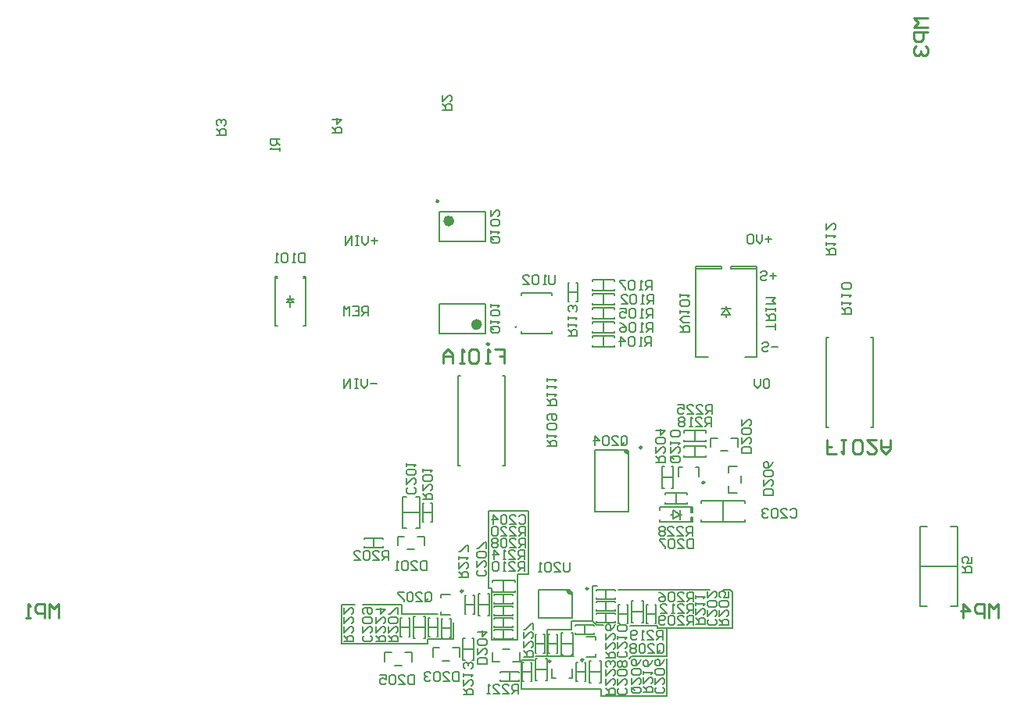
<source format=gbo>
G04*
G04 #@! TF.GenerationSoftware,Altium Limited,Altium Designer,24.1.2 (44)*
G04*
G04 Layer_Color=32896*
%FSLAX44Y44*%
%MOMM*%
G71*
G04*
G04 #@! TF.SameCoordinates,2E5B26B1-033E-4B1C-A529-2162076C627E*
G04*
G04*
G04 #@! TF.FilePolarity,Positive*
G04*
G01*
G75*
%ADD11C,0.2500*%
%ADD12C,0.2000*%
%ADD14C,0.1524*%
%ADD15C,0.2540*%
%ADD143C,0.6000*%
G36*
X630950Y118370D02*
X627950D01*
Y117276D01*
X628787Y115254D01*
X630335Y113707D01*
X632356Y112870D01*
X633450D01*
D01*
X634450D01*
Y114870D01*
X630950Y118370D01*
D02*
G37*
G36*
X693410Y268970D02*
X690410Y269720D01*
Y268220D01*
X693410Y265220D01*
X695410D01*
X693410Y268970D01*
D02*
G37*
D11*
X651490Y119380D02*
G03*
X651490Y119380I-1250J0D01*
G01*
X489320Y539060D02*
G03*
X489320Y539060I-1250J0D01*
G01*
X777480Y234340D02*
G03*
X777480Y234340I-1250J0D01*
G01*
X709660Y272220D02*
G03*
X709660Y272220I-1250J0D01*
G01*
X610850Y40640D02*
G03*
X610850Y40640I-1250J0D01*
G01*
X515790Y116580D02*
G03*
X515790Y116580I-1250J0D01*
G01*
X544420Y384230D02*
G03*
X544420Y384230I-1250J0D01*
G01*
X646410Y41910D02*
G03*
X646410Y41910I-1250J0D01*
G01*
D12*
X627950Y118370D02*
G03*
X633450Y112870I5500J0D01*
G01*
X690410Y269720D02*
G03*
X694910Y265220I4500J0D01*
G01*
X909570Y391550D02*
X911920D01*
X957520D02*
X959870D01*
Y294250D02*
Y391550D01*
X909570Y294250D02*
X911920D01*
X957520D02*
X959870D01*
X909570D02*
Y391550D01*
X558740Y252340D02*
X561090D01*
X510790D02*
X513140D01*
X510790D02*
Y349640D01*
X558740D02*
X561090D01*
X510790D02*
X513140D01*
X561090Y252340D02*
Y349640D01*
X413290Y415372D02*
Y425368D01*
X408292D01*
X406626Y423702D01*
Y420370D01*
X408292Y418704D01*
X413290D01*
X409958D02*
X406626Y415372D01*
X396629Y425368D02*
X403293D01*
Y415372D01*
X396629D01*
X403293Y420370D02*
X399961D01*
X393296Y415372D02*
Y425368D01*
X389964Y422036D01*
X386632Y425368D01*
Y415372D01*
X422180Y341630D02*
X415516D01*
X412183Y346628D02*
Y339964D01*
X408851Y336632D01*
X405519Y339964D01*
Y346628D01*
X402186D02*
X398854D01*
X400520D01*
Y336632D01*
X402186D01*
X398854D01*
X393856D02*
Y346628D01*
X387191Y336632D01*
Y346628D01*
X423450Y496570D02*
X416786D01*
X420118Y499902D02*
Y493238D01*
X413453Y501568D02*
Y494904D01*
X410121Y491572D01*
X406789Y494904D01*
Y501568D01*
X403456D02*
X400124D01*
X401790D01*
Y491572D01*
X403456D01*
X400124D01*
X395126D02*
Y501568D01*
X388461Y491572D01*
Y501568D01*
X847971Y344962D02*
X846305Y346628D01*
X842973D01*
X841307Y344962D01*
Y338298D01*
X842973Y336632D01*
X846305D01*
X847971Y338298D01*
Y344962D01*
X837974Y346628D02*
Y339964D01*
X834642Y336632D01*
X831310Y339964D01*
Y346628D01*
X850348Y497840D02*
X843684D01*
X847016Y501172D02*
Y494508D01*
X840351Y502838D02*
Y496174D01*
X837019Y492842D01*
X833687Y496174D01*
Y502838D01*
X825356D02*
X828688D01*
X830355Y501172D01*
Y494508D01*
X828688Y492842D01*
X825356D01*
X823690Y494508D01*
Y501172D01*
X825356Y502838D01*
X854628Y399891D02*
Y406556D01*
Y403223D01*
X844632D01*
Y409888D02*
X854628D01*
Y414886D01*
X852962Y416553D01*
X849630D01*
X847964Y414886D01*
Y409888D01*
Y413220D02*
X844632Y416553D01*
X854628Y419885D02*
Y423217D01*
Y421551D01*
X844632D01*
Y419885D01*
Y423217D01*
Y428215D02*
X854628D01*
X851296Y431548D01*
X854628Y434880D01*
X844632D01*
X846523Y377668D02*
X844857Y376002D01*
X841525D01*
X839859Y377668D01*
Y379334D01*
X841525Y381000D01*
X844857D01*
X846523Y382666D01*
Y384332D01*
X844857Y385998D01*
X841525D01*
X839859Y384332D01*
X849855Y381000D02*
X856520D01*
X845253Y455138D02*
X843587Y453472D01*
X840255D01*
X838589Y455138D01*
Y456804D01*
X840255Y458470D01*
X843587D01*
X845253Y460136D01*
Y461802D01*
X843587Y463468D01*
X840255D01*
X838589Y461802D01*
X848586Y458470D02*
X855250D01*
X851918Y455138D02*
Y461802D01*
X374730Y612883D02*
X384727D01*
Y617882D01*
X383061Y619548D01*
X379728D01*
X378062Y617882D01*
Y612883D01*
Y616216D02*
X374730Y619548D01*
Y627879D02*
X384727D01*
X379728Y622880D01*
Y629545D01*
X582644Y151212D02*
Y161208D01*
X577646D01*
X575980Y159542D01*
Y156210D01*
X577646Y154544D01*
X582644D01*
X579312D02*
X575980Y151212D01*
X565983D02*
X572648D01*
X565983Y157876D01*
Y159542D01*
X567649Y161208D01*
X570981D01*
X572648Y159542D01*
X562651Y151212D02*
X559319D01*
X560985D01*
Y161208D01*
X562651Y159542D01*
X549322Y151212D02*
Y161208D01*
X554320Y156210D01*
X547656D01*
X582644Y138512D02*
Y148508D01*
X577646D01*
X575980Y146842D01*
Y143510D01*
X577646Y141844D01*
X582644D01*
X579312D02*
X575980Y138512D01*
X565983D02*
X572648D01*
X565983Y145176D01*
Y146842D01*
X567649Y148508D01*
X570981D01*
X572648Y146842D01*
X562651Y138512D02*
X559319D01*
X560985D01*
Y148508D01*
X562651Y146842D01*
X554320D02*
X552654Y148508D01*
X549322D01*
X547656Y146842D01*
Y140178D01*
X549322Y138512D01*
X552654D01*
X554320Y140178D01*
Y146842D01*
X583477Y163912D02*
Y173908D01*
X578479D01*
X576813Y172242D01*
Y168910D01*
X578479Y167244D01*
X583477D01*
X580145D02*
X576813Y163912D01*
X566816D02*
X573481D01*
X566816Y170576D01*
Y172242D01*
X568482Y173908D01*
X571814D01*
X573481Y172242D01*
X563484D02*
X561818Y173908D01*
X558485D01*
X556819Y172242D01*
Y165578D01*
X558485Y163912D01*
X561818D01*
X563484Y165578D01*
Y172242D01*
X553487D02*
X551821Y173908D01*
X548489D01*
X546823Y172242D01*
Y170576D01*
X548489Y168910D01*
X546823Y167244D01*
Y165578D01*
X548489Y163912D01*
X551821D01*
X553487Y165578D01*
Y167244D01*
X551821Y168910D01*
X553487Y170576D01*
Y172242D01*
X551821Y168910D02*
X548489D01*
X764577Y176782D02*
Y186778D01*
X759579D01*
X757913Y185112D01*
Y181780D01*
X759579Y180114D01*
X764577D01*
X761245D02*
X757913Y176782D01*
X747916D02*
X754581D01*
X747916Y183446D01*
Y185112D01*
X749582Y186778D01*
X752915D01*
X754581Y185112D01*
X737919Y176782D02*
X744584D01*
X737919Y183446D01*
Y185112D01*
X739585Y186778D01*
X742918D01*
X744584Y185112D01*
X734587D02*
X732921Y186778D01*
X729589D01*
X727923Y185112D01*
Y183446D01*
X729589Y181780D01*
X727923Y180114D01*
Y178448D01*
X729589Y176782D01*
X732921D01*
X734587Y178448D01*
Y180114D01*
X732921Y181780D01*
X734587Y183446D01*
Y185112D01*
X732921Y181780D02*
X729589D01*
X581742Y45173D02*
X591738D01*
Y50171D01*
X590072Y51837D01*
X586740D01*
X585074Y50171D01*
Y45173D01*
Y48505D02*
X581742Y51837D01*
Y61834D02*
Y55169D01*
X588406Y61834D01*
X590072D01*
X591738Y60168D01*
Y56835D01*
X590072Y55169D01*
X581742Y71831D02*
Y65166D01*
X588406Y71831D01*
X590072D01*
X591738Y70164D01*
Y66832D01*
X590072Y65166D01*
X591738Y75163D02*
Y81827D01*
X590072D01*
X583408Y75163D01*
X581742D01*
X670642Y43903D02*
X680638D01*
Y48901D01*
X678972Y50567D01*
X675640D01*
X673974Y48901D01*
Y43903D01*
Y47235D02*
X670642Y50567D01*
Y60564D02*
Y53899D01*
X677306Y60564D01*
X678972D01*
X680638Y58898D01*
Y55566D01*
X678972Y53899D01*
X670642Y70561D02*
Y63896D01*
X677306Y70561D01*
X678972D01*
X680638Y68895D01*
Y65562D01*
X678972Y63896D01*
X680638Y80557D02*
X678972Y77225D01*
X675640Y73893D01*
X672308D01*
X670642Y75559D01*
Y78891D01*
X672308Y80557D01*
X673974D01*
X675640Y78891D01*
Y73893D01*
X742428Y262490D02*
X749092D01*
X750758Y260824D01*
Y257492D01*
X749092Y255826D01*
X742428D01*
X740762Y257492D01*
Y260824D01*
X744094Y259158D02*
X740762Y262490D01*
Y260824D02*
X742428Y262490D01*
X740762Y272487D02*
Y265822D01*
X747426Y272487D01*
X749092D01*
X750758Y270821D01*
Y267488D01*
X749092Y265822D01*
X740762Y275819D02*
Y279151D01*
Y277485D01*
X750758D01*
X749092Y275819D01*
Y284150D02*
X750758Y285816D01*
Y289148D01*
X749092Y290814D01*
X742428D01*
X740762Y289148D01*
Y285816D01*
X742428Y284150D01*
X749092D01*
X726673Y51278D02*
Y57942D01*
X728339Y59608D01*
X731671D01*
X733337Y57942D01*
Y51278D01*
X731671Y49612D01*
X728339D01*
X730005Y52944D02*
X726673Y49612D01*
X728339D02*
X726673Y51278D01*
X716676Y49612D02*
X723341D01*
X716676Y56276D01*
Y57942D01*
X718342Y59608D01*
X721674D01*
X723341Y57942D01*
X713344D02*
X711678Y59608D01*
X708345D01*
X706679Y57942D01*
Y51278D01*
X708345Y49612D01*
X711678D01*
X713344Y51278D01*
Y57942D01*
X703347D02*
X701681Y59608D01*
X698349D01*
X696683Y57942D01*
Y56276D01*
X698349Y54610D01*
X696683Y52944D01*
Y51278D01*
X698349Y49612D01*
X701681D01*
X703347Y51278D01*
Y52944D01*
X701681Y54610D01*
X703347Y56276D01*
Y57942D01*
X701681Y54610D02*
X698349D01*
X765357Y172908D02*
Y162912D01*
X760359D01*
X758693Y164578D01*
Y171242D01*
X760359Y172908D01*
X765357D01*
X748696Y162912D02*
X755361D01*
X748696Y169576D01*
Y171242D01*
X750362Y172908D01*
X753695D01*
X755361Y171242D01*
X745364D02*
X743698Y172908D01*
X740366D01*
X738699Y171242D01*
Y164578D01*
X740366Y162912D01*
X743698D01*
X745364Y164578D01*
Y171242D01*
X735367Y172908D02*
X728703D01*
Y171242D01*
X735367Y164578D01*
Y162912D01*
X852088Y220433D02*
X842092D01*
Y225431D01*
X843758Y227097D01*
X850422D01*
X852088Y225431D01*
Y220433D01*
X842092Y237094D02*
Y230429D01*
X848756Y237094D01*
X850422D01*
X852088Y235428D01*
Y232096D01*
X850422Y230429D01*
Y240426D02*
X852088Y242092D01*
Y245424D01*
X850422Y247091D01*
X843758D01*
X842092Y245424D01*
Y242092D01*
X843758Y240426D01*
X850422D01*
X852088Y257087D02*
X850422Y253755D01*
X847090Y250423D01*
X843758D01*
X842092Y252089D01*
Y255421D01*
X843758Y257087D01*
X845424D01*
X847090Y255421D01*
Y250423D01*
X691672Y51400D02*
X693338Y49734D01*
Y46402D01*
X691672Y44736D01*
X685008D01*
X683342Y46402D01*
Y49734D01*
X685008Y51400D01*
X683342Y61397D02*
Y54732D01*
X690006Y61397D01*
X691672D01*
X693338Y59731D01*
Y56399D01*
X691672Y54732D01*
X683342Y64729D02*
Y68061D01*
Y66395D01*
X693338D01*
X691672Y64729D01*
Y73060D02*
X693338Y74726D01*
Y78058D01*
X691672Y79724D01*
X685008D01*
X683342Y78058D01*
Y74726D01*
X685008Y73060D01*
X691672D01*
X248770Y611000D02*
X258767D01*
Y615998D01*
X257101Y617664D01*
X253768D01*
X252102Y615998D01*
Y611000D01*
Y614332D02*
X248770Y617664D01*
X257101Y620997D02*
X258767Y622663D01*
Y625995D01*
X257101Y627661D01*
X255434D01*
X253768Y625995D01*
Y624329D01*
Y625995D01*
X252102Y627661D01*
X250436D01*
X248770Y625995D01*
Y622663D01*
X250436Y620997D01*
X1056962Y136799D02*
X1066958D01*
Y141798D01*
X1065292Y143464D01*
X1061960D01*
X1060294Y141798D01*
Y136799D01*
Y140132D02*
X1056962Y143464D01*
X1066958Y153461D02*
Y146796D01*
X1061960D01*
X1063626Y150128D01*
Y151795D01*
X1061960Y153461D01*
X1058628D01*
X1056962Y151795D01*
Y148462D01*
X1058628Y146796D01*
X615872Y459247D02*
Y450916D01*
X614206Y449250D01*
X610874D01*
X609207Y450916D01*
Y459247D01*
X605875Y449250D02*
X602543D01*
X604209D01*
Y459247D01*
X605875Y457581D01*
X597545D02*
X595878Y459247D01*
X592546D01*
X590880Y457581D01*
Y450916D01*
X592546Y449250D01*
X595878D01*
X597545Y450916D01*
Y457581D01*
X580883Y449250D02*
X587548D01*
X580883Y455914D01*
Y457581D01*
X582549Y459247D01*
X585882D01*
X587548Y457581D01*
X547468Y500790D02*
X554132D01*
X555798Y499124D01*
Y495792D01*
X554132Y494126D01*
X547468D01*
X545802Y495792D01*
Y499124D01*
X549134Y497458D02*
X545802Y500790D01*
Y499124D02*
X547468Y500790D01*
X545802Y504122D02*
Y507455D01*
Y505789D01*
X555798D01*
X554132Y504122D01*
Y512453D02*
X555798Y514119D01*
Y517452D01*
X554132Y519118D01*
X547468D01*
X545802Y517452D01*
Y514119D01*
X547468Y512453D01*
X554132D01*
X545802Y529114D02*
Y522450D01*
X552466Y529114D01*
X554132D01*
X555798Y527448D01*
Y524116D01*
X554132Y522450D01*
X547468Y403066D02*
X554132D01*
X555798Y401400D01*
Y398068D01*
X554132Y396402D01*
X547468D01*
X545802Y398068D01*
Y401400D01*
X549134Y399734D02*
X545802Y403066D01*
Y401400D02*
X547468Y403066D01*
X545802Y406399D02*
Y409731D01*
Y408065D01*
X555798D01*
X554132Y406399D01*
Y414729D02*
X555798Y416395D01*
Y419728D01*
X554132Y421394D01*
X547468D01*
X545802Y419728D01*
Y416395D01*
X547468Y414729D01*
X554132D01*
X545802Y424726D02*
Y428058D01*
Y426392D01*
X555798D01*
X554132Y424726D01*
X344346Y482615D02*
Y472618D01*
X339348D01*
X337682Y474284D01*
Y480949D01*
X339348Y482615D01*
X344346D01*
X334349Y472618D02*
X331017D01*
X332683D01*
Y482615D01*
X334349Y480949D01*
X326019D02*
X324352Y482615D01*
X321020D01*
X319354Y480949D01*
Y474284D01*
X321020Y472618D01*
X324352D01*
X326019Y474284D01*
Y480949D01*
X316022Y472618D02*
X312690D01*
X314356D01*
Y482615D01*
X316022Y480949D01*
X631341Y147238D02*
Y138908D01*
X629675Y137242D01*
X626343D01*
X624677Y138908D01*
Y147238D01*
X614680Y137242D02*
X621344D01*
X614680Y143906D01*
Y145572D01*
X616346Y147238D01*
X619678D01*
X621344Y145572D01*
X611348D02*
X609682Y147238D01*
X606349D01*
X604683Y145572D01*
Y138908D01*
X606349Y137242D01*
X609682D01*
X611348Y138908D01*
Y145572D01*
X601351Y137242D02*
X598019D01*
X599685D01*
Y147238D01*
X601351Y145572D01*
X751292Y397373D02*
X761288D01*
Y402372D01*
X759622Y404038D01*
X756290D01*
X754624Y402372D01*
Y397373D01*
Y400706D02*
X751292Y404038D01*
X761288Y407370D02*
X754624D01*
X751292Y410702D01*
X754624Y414035D01*
X761288D01*
X751292Y417367D02*
Y420699D01*
Y419033D01*
X761288D01*
X759622Y417367D01*
Y425698D02*
X761288Y427364D01*
Y430696D01*
X759622Y432362D01*
X752958D01*
X751292Y430696D01*
Y427364D01*
X752958Y425698D01*
X759622D01*
X751292Y435694D02*
Y439027D01*
Y437360D01*
X761288D01*
X759622Y435694D01*
X785407Y308692D02*
Y318688D01*
X780409D01*
X778743Y317022D01*
Y313690D01*
X780409Y312024D01*
X785407D01*
X782075D02*
X778743Y308692D01*
X768746D02*
X775411D01*
X768746Y315356D01*
Y317022D01*
X770412Y318688D01*
X773745D01*
X775411Y317022D01*
X758749Y308692D02*
X765414D01*
X758749Y315356D01*
Y317022D01*
X760415Y318688D01*
X763748D01*
X765414Y317022D01*
X748753Y318688D02*
X755417D01*
Y313690D01*
X752085Y315356D01*
X750419D01*
X748753Y313690D01*
Y310358D01*
X750419Y308692D01*
X753751D01*
X755417Y310358D01*
X421722Y61683D02*
X431718D01*
Y66681D01*
X430052Y68347D01*
X426720D01*
X425054Y66681D01*
Y61683D01*
Y65015D02*
X421722Y68347D01*
Y78344D02*
Y71679D01*
X428386Y78344D01*
X430052D01*
X431718Y76678D01*
Y73345D01*
X430052Y71679D01*
X421722Y88341D02*
Y81676D01*
X428386Y88341D01*
X430052D01*
X431718Y86674D01*
Y83342D01*
X430052Y81676D01*
X421722Y96671D02*
X431718D01*
X426720Y91673D01*
Y98337D01*
X670642Y4533D02*
X680638D01*
Y9531D01*
X678972Y11197D01*
X675640D01*
X673974Y9531D01*
Y4533D01*
Y7865D02*
X670642Y11197D01*
Y21194D02*
Y14529D01*
X677306Y21194D01*
X678972D01*
X680638Y19528D01*
Y16195D01*
X678972Y14529D01*
X670642Y31191D02*
Y24526D01*
X677306Y31191D01*
X678972D01*
X680638Y29525D01*
Y26192D01*
X678972Y24526D01*
Y34523D02*
X680638Y36189D01*
Y39521D01*
X678972Y41187D01*
X677306D01*
X675640Y39521D01*
Y37855D01*
Y39521D01*
X673974Y41187D01*
X672308D01*
X670642Y39521D01*
Y36189D01*
X672308Y34523D01*
X387432Y61683D02*
X397428D01*
Y66681D01*
X395762Y68347D01*
X392430D01*
X390764Y66681D01*
Y61683D01*
Y65015D02*
X387432Y68347D01*
Y78344D02*
Y71679D01*
X394096Y78344D01*
X395762D01*
X397428Y76678D01*
Y73345D01*
X395762Y71679D01*
X387432Y88341D02*
Y81676D01*
X394096Y88341D01*
X395762D01*
X397428Y86674D01*
Y83342D01*
X395762Y81676D01*
X387432Y98337D02*
Y91673D01*
X394096Y98337D01*
X395762D01*
X397428Y96671D01*
Y93339D01*
X395762Y91673D01*
X575461Y5162D02*
Y15158D01*
X570463D01*
X568797Y13492D01*
Y10160D01*
X570463Y8494D01*
X575461D01*
X572129D02*
X568797Y5162D01*
X558800D02*
X565465D01*
X558800Y11826D01*
Y13492D01*
X560466Y15158D01*
X563798D01*
X565465Y13492D01*
X548803Y5162D02*
X555468D01*
X548803Y11826D01*
Y13492D01*
X550469Y15158D01*
X553802D01*
X555468Y13492D01*
X545471Y5162D02*
X542139D01*
X543805D01*
Y15158D01*
X545471Y13492D01*
X583477Y176612D02*
Y186608D01*
X578479D01*
X576813Y184942D01*
Y181610D01*
X578479Y179944D01*
X583477D01*
X580145D02*
X576813Y176612D01*
X566816D02*
X573481D01*
X566816Y183276D01*
Y184942D01*
X568482Y186608D01*
X571814D01*
X573481Y184942D01*
X556819Y176612D02*
X563484D01*
X556819Y183276D01*
Y184942D01*
X558485Y186608D01*
X561818D01*
X563484Y184942D01*
X553487D02*
X551821Y186608D01*
X548489D01*
X546823Y184942D01*
Y178278D01*
X548489Y176612D01*
X551821D01*
X553487Y178278D01*
Y184942D01*
X732504Y63582D02*
Y73578D01*
X727506D01*
X725840Y71912D01*
Y68580D01*
X727506Y66914D01*
X732504D01*
X729172D02*
X725840Y63582D01*
X715843D02*
X722508D01*
X715843Y70246D01*
Y71912D01*
X717509Y73578D01*
X720841D01*
X722508Y71912D01*
X712511Y63582D02*
X709178D01*
X710845D01*
Y73578D01*
X712511Y71912D01*
X704180Y65248D02*
X702514Y63582D01*
X699182D01*
X697516Y65248D01*
Y71912D01*
X699182Y73578D01*
X702514D01*
X704180Y71912D01*
Y70246D01*
X702514Y68580D01*
X697516D01*
X784574Y294722D02*
Y304718D01*
X779576D01*
X777910Y303052D01*
Y299720D01*
X779576Y298054D01*
X784574D01*
X781242D02*
X777910Y294722D01*
X767913D02*
X774578D01*
X767913Y301386D01*
Y303052D01*
X769579Y304718D01*
X772911D01*
X774578Y303052D01*
X764581Y294722D02*
X761248D01*
X762915D01*
Y304718D01*
X764581Y303052D01*
X756250D02*
X754584Y304718D01*
X751252D01*
X749586Y303052D01*
Y301386D01*
X751252Y299720D01*
X749586Y298054D01*
Y296388D01*
X751252Y294722D01*
X754584D01*
X756250Y296388D01*
Y298054D01*
X754584Y299720D01*
X756250Y301386D01*
Y303052D01*
X754584Y299720D02*
X751252D01*
X511892Y131096D02*
X521888D01*
Y136094D01*
X520222Y137760D01*
X516890D01*
X515224Y136094D01*
Y131096D01*
Y134428D02*
X511892Y137760D01*
Y147757D02*
Y141092D01*
X518556Y147757D01*
X520222D01*
X521888Y146091D01*
Y142759D01*
X520222Y141092D01*
X511892Y151089D02*
Y154421D01*
Y152755D01*
X521888D01*
X520222Y151089D01*
X521888Y159420D02*
Y166084D01*
X520222D01*
X513558Y159420D01*
X511892D01*
X711282Y6636D02*
X721278D01*
Y11634D01*
X719612Y13300D01*
X716280D01*
X714614Y11634D01*
Y6636D01*
Y9968D02*
X711282Y13300D01*
Y23297D02*
Y16632D01*
X717946Y23297D01*
X719612D01*
X721278Y21631D01*
Y18298D01*
X719612Y16632D01*
X711282Y26629D02*
Y29961D01*
Y28295D01*
X721278D01*
X719612Y26629D01*
X721278Y41624D02*
X719612Y38292D01*
X716280Y34960D01*
X712948D01*
X711282Y36626D01*
Y39958D01*
X712948Y41624D01*
X714614D01*
X716280Y39958D01*
Y34960D01*
X516972Y4096D02*
X526968D01*
Y9094D01*
X525302Y10760D01*
X521970D01*
X520304Y9094D01*
Y4096D01*
Y7428D02*
X516972Y10760D01*
Y20757D02*
Y14092D01*
X523636Y20757D01*
X525302D01*
X526968Y19091D01*
Y15759D01*
X525302Y14092D01*
X516972Y24089D02*
Y27421D01*
Y25755D01*
X526968D01*
X525302Y24089D01*
Y32420D02*
X526968Y34086D01*
Y37418D01*
X525302Y39084D01*
X523636D01*
X521970Y37418D01*
Y35752D01*
Y37418D01*
X520304Y39084D01*
X518638D01*
X516972Y37418D01*
Y34086D01*
X518638Y32420D01*
X765215Y92792D02*
Y102788D01*
X760217D01*
X758551Y101122D01*
Y97790D01*
X760217Y96124D01*
X765215D01*
X761883D02*
X758551Y92792D01*
X748554D02*
X755218D01*
X748554Y99456D01*
Y101122D01*
X750220Y102788D01*
X753552D01*
X755218Y101122D01*
X745222Y92792D02*
X741889D01*
X743555D01*
Y102788D01*
X745222Y101122D01*
X730226Y92792D02*
X736891D01*
X730226Y99456D01*
Y101122D01*
X731892Y102788D01*
X735225D01*
X736891Y101122D01*
X768432Y80692D02*
X778428D01*
Y85690D01*
X776762Y87356D01*
X773430D01*
X771764Y85690D01*
Y80692D01*
Y84024D02*
X768432Y87356D01*
Y97353D02*
Y90689D01*
X775096Y97353D01*
X776762D01*
X778428Y95687D01*
Y92355D01*
X776762Y90689D01*
X768432Y100685D02*
Y104018D01*
Y102352D01*
X778428D01*
X776762Y100685D01*
X768432Y109016D02*
Y112348D01*
Y110682D01*
X778428D01*
X776762Y109016D01*
X765087Y80092D02*
Y90088D01*
X760089D01*
X758423Y88422D01*
Y85090D01*
X760089Y83424D01*
X765087D01*
X761755D02*
X758423Y80092D01*
X748426D02*
X755091D01*
X748426Y86756D01*
Y88422D01*
X750092Y90088D01*
X753425D01*
X755091Y88422D01*
X745094D02*
X743428Y90088D01*
X740096D01*
X738429Y88422D01*
Y81758D01*
X740096Y80092D01*
X743428D01*
X745094Y81758D01*
Y88422D01*
X735097Y81758D02*
X733431Y80092D01*
X730099D01*
X728433Y81758D01*
Y88422D01*
X730099Y90088D01*
X733431D01*
X735097Y88422D01*
Y86756D01*
X733431Y85090D01*
X728433D01*
X435692Y61683D02*
X445688D01*
Y66681D01*
X444022Y68347D01*
X440690D01*
X439024Y66681D01*
Y61683D01*
Y65015D02*
X435692Y68347D01*
Y78344D02*
Y71679D01*
X442356Y78344D01*
X444022D01*
X445688Y76678D01*
Y73345D01*
X444022Y71679D01*
Y81676D02*
X445688Y83342D01*
Y86674D01*
X444022Y88341D01*
X437358D01*
X435692Y86674D01*
Y83342D01*
X437358Y81676D01*
X444022D01*
X445688Y91673D02*
Y98337D01*
X444022D01*
X437358Y91673D01*
X435692D01*
X765087Y105492D02*
Y115488D01*
X760089D01*
X758423Y113822D01*
Y110490D01*
X760089Y108824D01*
X765087D01*
X761755D02*
X758423Y105492D01*
X748426D02*
X755091D01*
X748426Y112156D01*
Y113822D01*
X750092Y115488D01*
X753425D01*
X755091Y113822D01*
X745094D02*
X743428Y115488D01*
X740096D01*
X738429Y113822D01*
Y107158D01*
X740096Y105492D01*
X743428D01*
X745094Y107158D01*
Y113822D01*
X728433Y115488D02*
X731765Y113822D01*
X735097Y110490D01*
Y107158D01*
X733431Y105492D01*
X730099D01*
X728433Y107158D01*
Y108824D01*
X730099Y110490D01*
X735097D01*
X793832Y79463D02*
X803828D01*
Y84461D01*
X802162Y86127D01*
X798830D01*
X797164Y84461D01*
Y79463D01*
Y82795D02*
X793832Y86127D01*
Y96124D02*
Y89459D01*
X800496Y96124D01*
X802162D01*
X803828Y94458D01*
Y91125D01*
X802162Y89459D01*
Y99456D02*
X803828Y101122D01*
Y104454D01*
X802162Y106121D01*
X795498D01*
X793832Y104454D01*
Y101122D01*
X795498Y99456D01*
X802162D01*
X803828Y116117D02*
Y109453D01*
X798830D01*
X800496Y112785D01*
Y114451D01*
X798830Y116117D01*
X795498D01*
X793832Y114451D01*
Y111119D01*
X795498Y109453D01*
X725122Y256022D02*
X735118D01*
Y261021D01*
X733452Y262687D01*
X730120D01*
X728454Y261021D01*
Y256022D01*
Y259355D02*
X725122Y262687D01*
Y272684D02*
Y266019D01*
X731786Y272684D01*
X733452D01*
X735118Y271018D01*
Y267685D01*
X733452Y266019D01*
Y276016D02*
X735118Y277682D01*
Y281014D01*
X733452Y282681D01*
X726788D01*
X725122Y281014D01*
Y277682D01*
X726788Y276016D01*
X733452D01*
X725122Y291011D02*
X735118D01*
X730120Y286013D01*
Y292677D01*
X434887Y149942D02*
Y159938D01*
X429889D01*
X428223Y158272D01*
Y154940D01*
X429889Y153274D01*
X434887D01*
X431555D02*
X428223Y149942D01*
X418226D02*
X424891D01*
X418226Y156606D01*
Y158272D01*
X419892Y159938D01*
X423224D01*
X424891Y158272D01*
X414894D02*
X413228Y159938D01*
X409896D01*
X408229Y158272D01*
Y151608D01*
X409896Y149942D01*
X413228D01*
X414894Y151608D01*
Y158272D01*
X398233Y149942D02*
X404897D01*
X398233Y156606D01*
Y158272D01*
X399899Y159938D01*
X403231D01*
X404897Y158272D01*
X472522Y215749D02*
X482518D01*
Y220747D01*
X480852Y222413D01*
X477520D01*
X475854Y220747D01*
Y215749D01*
Y219081D02*
X472522Y222413D01*
Y232410D02*
Y225746D01*
X479186Y232410D01*
X480852D01*
X482518Y230744D01*
Y227412D01*
X480852Y225746D01*
Y235742D02*
X482518Y237408D01*
Y240741D01*
X480852Y242407D01*
X474188D01*
X472522Y240741D01*
Y237408D01*
X474188Y235742D01*
X480852D01*
X472522Y245739D02*
Y249071D01*
Y247405D01*
X482518D01*
X480852Y245739D01*
X629732Y392969D02*
X639728D01*
Y397967D01*
X638062Y399633D01*
X634730D01*
X633064Y397967D01*
Y392969D01*
Y396301D02*
X629732Y399633D01*
Y402965D02*
Y406298D01*
Y404632D01*
X639728D01*
X638062Y402965D01*
X629732Y411296D02*
Y414628D01*
Y412962D01*
X639728D01*
X638062Y411296D01*
Y419627D02*
X639728Y421293D01*
Y424625D01*
X638062Y426291D01*
X636396D01*
X634730Y424625D01*
Y422959D01*
Y424625D01*
X633064Y426291D01*
X631398D01*
X629732Y424625D01*
Y421293D01*
X631398Y419627D01*
X909802Y481459D02*
X919798D01*
Y486457D01*
X918132Y488123D01*
X914800D01*
X913134Y486457D01*
Y481459D01*
Y484791D02*
X909802Y488123D01*
Y491455D02*
Y494788D01*
Y493122D01*
X919798D01*
X918132Y491455D01*
X909802Y499786D02*
Y503118D01*
Y501452D01*
X919798D01*
X918132Y499786D01*
X909802Y514781D02*
Y508117D01*
X916466Y514781D01*
X918132D01*
X919798Y513115D01*
Y509783D01*
X918132Y508117D01*
X607142Y317745D02*
X617138D01*
Y322743D01*
X615472Y324409D01*
X612140D01*
X610474Y322743D01*
Y317745D01*
Y321077D02*
X607142Y324409D01*
Y327742D02*
Y331074D01*
Y329408D01*
X617138D01*
X615472Y327742D01*
X607142Y336072D02*
Y339404D01*
Y337738D01*
X617138D01*
X615472Y336072D01*
X607142Y344403D02*
Y347735D01*
Y346069D01*
X617138D01*
X615472Y344403D01*
X926312Y417209D02*
X936308D01*
Y422207D01*
X934642Y423873D01*
X931310D01*
X929644Y422207D01*
Y417209D01*
Y420541D02*
X926312Y423873D01*
Y427206D02*
Y430538D01*
Y428872D01*
X936308D01*
X934642Y427206D01*
X926312Y435536D02*
Y438868D01*
Y437202D01*
X936308D01*
X934642Y435536D01*
Y443867D02*
X936308Y445533D01*
Y448865D01*
X934642Y450531D01*
X927978D01*
X926312Y448865D01*
Y445533D01*
X927978Y443867D01*
X934642D01*
X607142Y273336D02*
X617138D01*
Y278334D01*
X615472Y280000D01*
X612140D01*
X610474Y278334D01*
Y273336D01*
Y276668D02*
X607142Y280000D01*
Y283332D02*
Y286665D01*
Y284998D01*
X617138D01*
X615472Y283332D01*
Y291663D02*
X617138Y293329D01*
Y296661D01*
X615472Y298328D01*
X608808D01*
X607142Y296661D01*
Y293329D01*
X608808Y291663D01*
X615472D01*
X608808Y301660D02*
X607142Y303326D01*
Y306658D01*
X608808Y308324D01*
X615472D01*
X617138Y306658D01*
Y303326D01*
X615472Y301660D01*
X613806D01*
X612140Y303326D01*
Y308324D01*
X720514Y443312D02*
Y453308D01*
X715516D01*
X713850Y451642D01*
Y448310D01*
X715516Y446644D01*
X720514D01*
X717182D02*
X713850Y443312D01*
X710518D02*
X707185D01*
X708851D01*
Y453308D01*
X710518Y451642D01*
X702187D02*
X700521Y453308D01*
X697188D01*
X695522Y451642D01*
Y444978D01*
X697188Y443312D01*
X700521D01*
X702187Y444978D01*
Y451642D01*
X692190Y453308D02*
X685526D01*
Y451642D01*
X692190Y444978D01*
Y443312D01*
X721280Y397592D02*
Y407588D01*
X716281D01*
X714615Y405922D01*
Y402590D01*
X716281Y400924D01*
X721280D01*
X717947D02*
X714615Y397592D01*
X711283D02*
X707951D01*
X709617D01*
Y407588D01*
X711283Y405922D01*
X702952D02*
X701286Y407588D01*
X697954D01*
X696288Y405922D01*
Y399258D01*
X697954Y397592D01*
X701286D01*
X702952Y399258D01*
Y405922D01*
X686291Y407588D02*
X689623Y405922D01*
X692955Y402590D01*
Y399258D01*
X691289Y397592D01*
X687957D01*
X686291Y399258D01*
Y400924D01*
X687957Y402590D01*
X692955D01*
X721280Y412832D02*
Y422828D01*
X716281D01*
X714615Y421162D01*
Y417830D01*
X716281Y416164D01*
X721280D01*
X717947D02*
X714615Y412832D01*
X711283D02*
X707951D01*
X709617D01*
Y422828D01*
X711283Y421162D01*
X702952D02*
X701286Y422828D01*
X697954D01*
X696288Y421162D01*
Y414498D01*
X697954Y412832D01*
X701286D01*
X702952Y414498D01*
Y421162D01*
X686291Y422828D02*
X692955D01*
Y417830D01*
X689623Y419496D01*
X687957D01*
X686291Y417830D01*
Y414498D01*
X687957Y412832D01*
X691289D01*
X692955Y414498D01*
X720009Y382352D02*
Y392348D01*
X715010D01*
X713344Y390682D01*
Y387350D01*
X715010Y385684D01*
X720009D01*
X716676D02*
X713344Y382352D01*
X710012D02*
X706680D01*
X708346D01*
Y392348D01*
X710012Y390682D01*
X701681D02*
X700015Y392348D01*
X696683D01*
X695017Y390682D01*
Y384018D01*
X696683Y382352D01*
X700015D01*
X701681Y384018D01*
Y390682D01*
X686686Y382352D02*
Y392348D01*
X691684Y387350D01*
X685020D01*
X722270Y428072D02*
Y438068D01*
X717271D01*
X715605Y436402D01*
Y433070D01*
X717271Y431404D01*
X722270D01*
X718938D02*
X715605Y428072D01*
X712273D02*
X708941D01*
X710607D01*
Y438068D01*
X712273Y436402D01*
X703942D02*
X702276Y438068D01*
X698944D01*
X697278Y436402D01*
Y429738D01*
X698944Y428072D01*
X702276D01*
X703942Y429738D01*
Y436402D01*
X687281Y428072D02*
X693946D01*
X687281Y434736D01*
Y436402D01*
X688947Y438068D01*
X692280D01*
X693946Y436402D01*
X475213Y107158D02*
Y113822D01*
X476879Y115488D01*
X480211D01*
X481877Y113822D01*
Y107158D01*
X480211Y105492D01*
X476879D01*
X478545Y108824D02*
X475213Y105492D01*
X476879D02*
X475213Y107158D01*
X465216Y105492D02*
X471881D01*
X465216Y112156D01*
Y113822D01*
X466882Y115488D01*
X470215D01*
X471881Y113822D01*
X461884D02*
X460218Y115488D01*
X456885D01*
X455219Y113822D01*
Y107158D01*
X456885Y105492D01*
X460218D01*
X461884Y107158D01*
Y113822D01*
X451887Y115488D02*
X445223D01*
Y113822D01*
X451887Y107158D01*
Y105492D01*
X700248Y12467D02*
X706912D01*
X708578Y10801D01*
Y7469D01*
X706912Y5803D01*
X700248D01*
X698582Y7469D01*
Y10801D01*
X701914Y9135D02*
X698582Y12467D01*
Y10801D02*
X700248Y12467D01*
X698582Y22464D02*
Y15799D01*
X705246Y22464D01*
X706912D01*
X708578Y20798D01*
Y17465D01*
X706912Y15799D01*
Y25796D02*
X708578Y27462D01*
Y30794D01*
X706912Y32461D01*
X700248D01*
X698582Y30794D01*
Y27462D01*
X700248Y25796D01*
X706912D01*
X708578Y42457D02*
X706912Y39125D01*
X703580Y35793D01*
X700248D01*
X698582Y37459D01*
Y40791D01*
X700248Y42457D01*
X701914D01*
X703580Y40791D01*
Y35793D01*
X687213Y276558D02*
Y283222D01*
X688879Y284888D01*
X692211D01*
X693877Y283222D01*
Y276558D01*
X692211Y274892D01*
X688879D01*
X690545Y278224D02*
X687213Y274892D01*
X688879D02*
X687213Y276558D01*
X677216Y274892D02*
X683881D01*
X677216Y281556D01*
Y283222D01*
X678882Y284888D01*
X682215D01*
X683881Y283222D01*
X673884D02*
X672218Y284888D01*
X668885D01*
X667219Y283222D01*
Y276558D01*
X668885Y274892D01*
X672218D01*
X673884Y276558D01*
Y283222D01*
X658889Y274892D02*
Y284888D01*
X663887Y279890D01*
X657223D01*
X462827Y25318D02*
Y15322D01*
X457829D01*
X456163Y16988D01*
Y23652D01*
X457829Y25318D01*
X462827D01*
X446166Y15322D02*
X452831D01*
X446166Y21986D01*
Y23652D01*
X447832Y25318D01*
X451165D01*
X452831Y23652D01*
X442834D02*
X441168Y25318D01*
X437836D01*
X436169Y23652D01*
Y16988D01*
X437836Y15322D01*
X441168D01*
X442834Y16988D01*
Y23652D01*
X426173Y25318D02*
X432837D01*
Y20320D01*
X429505Y21986D01*
X427839D01*
X426173Y20320D01*
Y16988D01*
X427839Y15322D01*
X431171D01*
X432837Y16988D01*
X542208Y37553D02*
X532212D01*
Y42551D01*
X533878Y44217D01*
X540542D01*
X542208Y42551D01*
Y37553D01*
X532212Y54214D02*
Y47549D01*
X538876Y54214D01*
X540542D01*
X542208Y52548D01*
Y49215D01*
X540542Y47549D01*
Y57546D02*
X542208Y59212D01*
Y62544D01*
X540542Y64211D01*
X533878D01*
X532212Y62544D01*
Y59212D01*
X533878Y57546D01*
X540542D01*
X532212Y72541D02*
X542208D01*
X537210Y67543D01*
Y74207D01*
X511087Y29128D02*
Y19132D01*
X506089D01*
X504423Y20798D01*
Y27462D01*
X506089Y29128D01*
X511087D01*
X494426Y19132D02*
X501091D01*
X494426Y25796D01*
Y27462D01*
X496092Y29128D01*
X499425D01*
X501091Y27462D01*
X491094D02*
X489428Y29128D01*
X486096D01*
X484429Y27462D01*
Y20798D01*
X486096Y19132D01*
X489428D01*
X491094Y20798D01*
Y27462D01*
X481097D02*
X479431Y29128D01*
X476099D01*
X474433Y27462D01*
Y25796D01*
X476099Y24130D01*
X477765D01*
X476099D01*
X474433Y22464D01*
Y20798D01*
X476099Y19132D01*
X479431D01*
X481097Y20798D01*
X827958Y266153D02*
X817962D01*
Y271151D01*
X819628Y272817D01*
X826292D01*
X827958Y271151D01*
Y266153D01*
X817962Y282814D02*
Y276149D01*
X824626Y282814D01*
X826292D01*
X827958Y281148D01*
Y277815D01*
X826292Y276149D01*
Y286146D02*
X827958Y287812D01*
Y291145D01*
X826292Y292811D01*
X819628D01*
X817962Y291145D01*
Y287812D01*
X819628Y286146D01*
X826292D01*
X817962Y302807D02*
Y296143D01*
X824626Y302807D01*
X826292D01*
X827958Y301141D01*
Y297809D01*
X826292Y296143D01*
X476401Y149355D02*
Y139358D01*
X471403D01*
X469737Y141024D01*
Y147689D01*
X471403Y149355D01*
X476401D01*
X459740Y139358D02*
X466404D01*
X459740Y146023D01*
Y147689D01*
X461406Y149355D01*
X464738D01*
X466404Y147689D01*
X456408D02*
X454742Y149355D01*
X451409D01*
X449743Y147689D01*
Y141024D01*
X451409Y139358D01*
X454742D01*
X456408Y141024D01*
Y147689D01*
X446411Y139358D02*
X443079D01*
X444745D01*
Y149355D01*
X446411Y147689D01*
X416082Y68347D02*
X417748Y66681D01*
Y63349D01*
X416082Y61683D01*
X409418D01*
X407752Y63349D01*
Y66681D01*
X409418Y68347D01*
X407752Y78344D02*
Y71679D01*
X414416Y78344D01*
X416082D01*
X417748Y76678D01*
Y73345D01*
X416082Y71679D01*
Y81676D02*
X417748Y83342D01*
Y86674D01*
X416082Y88341D01*
X409418D01*
X407752Y86674D01*
Y83342D01*
X409418Y81676D01*
X416082D01*
X409418Y91673D02*
X407752Y93339D01*
Y96671D01*
X409418Y98337D01*
X416082D01*
X417748Y96671D01*
Y93339D01*
X416082Y91673D01*
X414416D01*
X412750Y93339D01*
Y98337D01*
X691672Y11197D02*
X693338Y9531D01*
Y6199D01*
X691672Y4533D01*
X685008D01*
X683342Y6199D01*
Y9531D01*
X685008Y11197D01*
X683342Y21194D02*
Y14529D01*
X690006Y21194D01*
X691672D01*
X693338Y19528D01*
Y16195D01*
X691672Y14529D01*
Y24526D02*
X693338Y26192D01*
Y29525D01*
X691672Y31191D01*
X685008D01*
X683342Y29525D01*
Y26192D01*
X685008Y24526D01*
X691672D01*
Y34523D02*
X693338Y36189D01*
Y39521D01*
X691672Y41187D01*
X690006D01*
X688340Y39521D01*
X686674Y41187D01*
X685008D01*
X683342Y39521D01*
Y36189D01*
X685008Y34523D01*
X686674D01*
X688340Y36189D01*
X690006Y34523D01*
X691672D01*
X688340Y36189D02*
Y39521D01*
X539272Y139467D02*
X540938Y137801D01*
Y134469D01*
X539272Y132803D01*
X532608D01*
X530942Y134469D01*
Y137801D01*
X532608Y139467D01*
X530942Y149464D02*
Y142799D01*
X537606Y149464D01*
X539272D01*
X540938Y147798D01*
Y144466D01*
X539272Y142799D01*
Y152796D02*
X540938Y154462D01*
Y157795D01*
X539272Y159461D01*
X532608D01*
X530942Y157795D01*
Y154462D01*
X532608Y152796D01*
X539272D01*
X540938Y162793D02*
Y169457D01*
X539272D01*
X532608Y162793D01*
X530942D01*
X732312Y12467D02*
X733978Y10801D01*
Y7469D01*
X732312Y5803D01*
X725648D01*
X723982Y7469D01*
Y10801D01*
X725648Y12467D01*
X723982Y22464D02*
Y15799D01*
X730646Y22464D01*
X732312D01*
X733978Y20798D01*
Y17465D01*
X732312Y15799D01*
Y25796D02*
X733978Y27462D01*
Y30794D01*
X732312Y32461D01*
X725648D01*
X723982Y30794D01*
Y27462D01*
X725648Y25796D01*
X732312D01*
X733978Y42457D02*
X732312Y39125D01*
X728980Y35793D01*
X725648D01*
X723982Y37459D01*
Y40791D01*
X725648Y42457D01*
X727314D01*
X728980Y40791D01*
Y35793D01*
X576813Y197642D02*
X578479Y199308D01*
X581811D01*
X583477Y197642D01*
Y190978D01*
X581811Y189312D01*
X578479D01*
X576813Y190978D01*
X566816Y189312D02*
X573481D01*
X566816Y195976D01*
Y197642D01*
X568482Y199308D01*
X571814D01*
X573481Y197642D01*
X563484D02*
X561818Y199308D01*
X558485D01*
X556819Y197642D01*
Y190978D01*
X558485Y189312D01*
X561818D01*
X563484Y190978D01*
Y197642D01*
X548489Y189312D02*
Y199308D01*
X553487Y194310D01*
X546823D01*
X870183Y203992D02*
X871849Y205658D01*
X875181D01*
X876847Y203992D01*
Y197328D01*
X875181Y195662D01*
X871849D01*
X870183Y197328D01*
X860186Y195662D02*
X866851D01*
X860186Y202326D01*
Y203992D01*
X861852Y205658D01*
X865184D01*
X866851Y203992D01*
X856854D02*
X855188Y205658D01*
X851855D01*
X850189Y203992D01*
Y197328D01*
X851855Y195662D01*
X855188D01*
X856854Y197328D01*
Y203992D01*
X846857D02*
X845191Y205658D01*
X841859D01*
X840193Y203992D01*
Y202326D01*
X841859Y200660D01*
X843525D01*
X841859D01*
X840193Y198994D01*
Y197328D01*
X841859Y195662D01*
X845191D01*
X846857Y197328D01*
X789462Y86127D02*
X791128Y84461D01*
Y81129D01*
X789462Y79463D01*
X782798D01*
X781132Y81129D01*
Y84461D01*
X782798Y86127D01*
X781132Y96124D02*
Y89459D01*
X787796Y96124D01*
X789462D01*
X791128Y94458D01*
Y91125D01*
X789462Y89459D01*
Y99456D02*
X791128Y101122D01*
Y104454D01*
X789462Y106121D01*
X782798D01*
X781132Y104454D01*
Y101122D01*
X782798Y99456D01*
X789462D01*
X781132Y116117D02*
Y109453D01*
X787796Y116117D01*
X789462D01*
X791128Y114451D01*
Y111119D01*
X789462Y109453D01*
X463072Y228763D02*
X464738Y227097D01*
Y223765D01*
X463072Y222099D01*
X456408D01*
X454742Y223765D01*
Y227097D01*
X456408Y228763D01*
X454742Y238760D02*
Y232096D01*
X461406Y238760D01*
X463072D01*
X464738Y237094D01*
Y233762D01*
X463072Y232096D01*
Y242092D02*
X464738Y243758D01*
Y247091D01*
X463072Y248757D01*
X456408D01*
X454742Y247091D01*
Y243758D01*
X456408Y242092D01*
X463072D01*
X454742Y252089D02*
Y255421D01*
Y253755D01*
X464738D01*
X463072Y252089D01*
X494030Y637540D02*
X504027D01*
Y642538D01*
X502361Y644204D01*
X499028D01*
X497362Y642538D01*
Y637540D01*
Y640872D02*
X494030Y644204D01*
Y654201D02*
Y647537D01*
X500695Y654201D01*
X502361D01*
X504027Y652535D01*
Y649203D01*
X502361Y647537D01*
X317650Y606780D02*
X307653D01*
Y601782D01*
X309319Y600116D01*
X312652D01*
X314318Y601782D01*
Y606780D01*
Y603448D02*
X317650Y600116D01*
Y596783D02*
Y593451D01*
Y595117D01*
X307653D01*
X309319Y596783D01*
D14*
X573755Y403568D02*
G03*
X573755Y402092I-189J-738D01*
G01*
X597450Y87370D02*
Y118370D01*
Y87370D02*
X634450D01*
X597450Y118370D02*
X630950D01*
X634450Y114870D01*
Y87370D02*
Y114870D01*
X633450Y112870D02*
X634450D01*
X490620Y527810D02*
X540620D01*
X490620Y495810D02*
X540620D01*
X490620D02*
Y527810D01*
X540620Y495810D02*
Y527810D01*
X740760Y199390D02*
X743760D01*
X750760D02*
X752760D01*
X743760Y195390D02*
Y204390D01*
X750760Y199390D01*
X743760Y195390D02*
X750760Y199390D01*
Y194390D02*
Y204390D01*
X764540Y191390D02*
Y196850D01*
X763270D02*
X764540D01*
X763270Y192660D02*
Y196850D01*
X728980Y191390D02*
Y194140D01*
Y191390D02*
X764540D01*
X763270Y192660D02*
X764540Y191390D01*
Y201930D02*
Y207390D01*
X763270Y201930D02*
X764540D01*
X763270D02*
Y206120D01*
X728980Y204640D02*
Y207390D01*
X764540D01*
X763270Y206120D02*
X764540Y207390D01*
X342900Y403860D02*
X345440D01*
Y457200D01*
X312420Y403860D02*
X314960D01*
X312420D02*
Y457200D01*
X325120Y429260D02*
X328930Y433070D01*
X325120Y429260D02*
X332740D01*
X328930Y433070D02*
X332740Y429260D01*
X325120Y433070D02*
X332740D01*
X328930D02*
Y436880D01*
Y424180D02*
Y429260D01*
X342900Y457200D02*
X345440D01*
X312420D02*
X314960D01*
X342900Y455930D02*
X345440D01*
X312420D02*
X314960D01*
X1010740Y143430D02*
X1051740D01*
X1043740Y186430D02*
X1051740D01*
Y100430D02*
Y186430D01*
X1043740Y100430D02*
X1051740D01*
X1010740D02*
X1018740D01*
X1010740D02*
Y186430D01*
X1018740D01*
X746760Y211170D02*
Y223170D01*
X758760Y211170D02*
Y213170D01*
X734760Y211170D02*
X758760D01*
X734760D02*
Y213170D01*
Y221170D02*
Y223170D01*
X758760D01*
Y221170D02*
Y223170D01*
X549910Y86360D02*
Y87550D01*
X570230D01*
Y86360D02*
Y87550D01*
Y77550D02*
Y78740D01*
X549910Y77550D02*
X570230D01*
X549910D02*
Y78740D01*
X560070Y77470D02*
Y87630D01*
X803260Y222990D02*
Y230240D01*
Y222990D02*
X813260D01*
X803260Y244740D02*
Y251990D01*
X813260D01*
X817260Y233740D02*
Y241240D01*
X834370Y370100D02*
Y468100D01*
X768370Y370100D02*
Y468100D01*
X821120Y370100D02*
X834370D01*
X768370D02*
X781620D01*
X768370Y468100D02*
X796370D01*
Y466100D02*
Y468100D01*
X768370Y466100D02*
X796370D01*
X806370D02*
X834370D01*
X806370D02*
Y468100D01*
X834370D01*
X796370Y423100D02*
X806370D01*
X801370D02*
X805370Y416100D01*
X796370D02*
X801370Y423100D01*
X796370Y416100D02*
X805370D01*
X801370Y423100D02*
Y425100D01*
Y413100D02*
Y416100D01*
X771730Y240590D02*
Y250590D01*
X768230D02*
X771730D01*
X749730Y240590D02*
Y250590D01*
X753230D01*
X658410Y269720D02*
X693160D01*
X695410Y267470D01*
Y202720D02*
Y267470D01*
X694910Y265220D02*
X695410D01*
X658410Y202720D02*
X695410D01*
X658410D02*
Y269720D01*
X578860Y437403D02*
Y439600D01*
Y396060D02*
Y398257D01*
Y396060D02*
X612400D01*
Y437403D02*
Y439600D01*
X578860D02*
X612400D01*
Y396060D02*
Y398257D01*
X821310Y191950D02*
Y194450D01*
X773810Y191950D02*
X821310D01*
X773810D02*
Y194450D01*
Y211950D02*
Y214450D01*
X821310D01*
Y211950D02*
Y214450D01*
X797560Y191950D02*
Y214450D01*
X450740Y201930D02*
X468740D01*
X464740Y218930D02*
X468740D01*
Y184930D02*
Y218930D01*
X464740Y184930D02*
X468740D01*
X450740D02*
X454740D01*
X450740D02*
Y218930D01*
X454740D01*
X622400Y59690D02*
X634900D01*
X633150Y47690D02*
X634900D01*
Y71690D01*
X633150D02*
X634900D01*
X622400D02*
X624150D01*
X622400Y47690D02*
Y71690D01*
Y47690D02*
X624150D01*
X698600Y81980D02*
X700350D01*
X698600D02*
Y105980D01*
X700350D01*
X709350D02*
X711100D01*
Y81980D02*
Y105980D01*
X709350Y81980D02*
X711100D01*
X698600Y93980D02*
X711100D01*
X548070Y126420D02*
Y128170D01*
X572070D01*
Y126420D02*
Y128170D01*
Y115670D02*
Y117420D01*
X548070Y115670D02*
X572070D01*
X548070D02*
Y117420D01*
X560070Y115670D02*
Y128170D01*
X652880Y29210D02*
X665380D01*
X663630Y17210D02*
X665380D01*
Y41210D01*
X663630D02*
X665380D01*
X652880D02*
X654630D01*
X652880Y17210D02*
Y41210D01*
Y17210D02*
X654630D01*
X542980Y113600D02*
X544730D01*
Y89600D02*
Y113600D01*
X542980Y89600D02*
X544730D01*
X532230D02*
X533980D01*
X532230D02*
Y113600D01*
X533980D01*
X532230Y101600D02*
X544730D01*
X605210Y43750D02*
X606960D01*
Y19750D02*
Y43750D01*
X605210Y19750D02*
X606960D01*
X594460D02*
X596210D01*
X594460D02*
Y43750D01*
X596210D01*
X594460Y31750D02*
X606960D01*
X462380Y77470D02*
X474880D01*
X473130Y65470D02*
X474880D01*
Y89470D01*
X473130D02*
X474880D01*
X462380D02*
X464130D01*
X462380Y65470D02*
Y89470D01*
Y65470D02*
X464130D01*
X455990Y161910D02*
X463490D01*
X474240Y165910D02*
Y175910D01*
X466990D02*
X474240D01*
X445240Y165910D02*
Y175910D01*
X452490D01*
X784330Y282590D02*
X791580D01*
X784330Y272590D02*
Y282590D01*
X806080D02*
X813330D01*
Y272590D02*
Y282590D01*
X795080Y268590D02*
X802580D01*
X483340Y55260D02*
X490590D01*
X483340Y45260D02*
Y55260D01*
X505090D02*
X512340D01*
Y45260D02*
Y55260D01*
X494090Y41260D02*
X501590D01*
X558860Y53990D02*
X566360D01*
X548110Y39990D02*
Y49990D01*
Y39990D02*
X555360D01*
X577110D02*
Y49990D01*
X569860Y39990D02*
X577110D01*
X431270Y50180D02*
X438520D01*
X431270Y40180D02*
Y50180D01*
X453020D02*
X460270D01*
Y40180D02*
Y50180D01*
X442020Y36180D02*
X449520D01*
X631070Y22460D02*
X634570D01*
Y32460D01*
X612570Y22460D02*
X616070D01*
X612570D02*
Y32460D01*
X492360Y90600D02*
Y94100D01*
Y90600D02*
X502360D01*
X492360Y109100D02*
Y112600D01*
X502360D01*
X656020Y427070D02*
Y429070D01*
Y427070D02*
X680020D01*
Y429070D01*
Y437070D02*
Y439070D01*
X656020D02*
X680020D01*
X656020Y437070D02*
Y439070D01*
X668020Y427070D02*
Y439070D01*
X656020Y381350D02*
Y383350D01*
Y381350D02*
X680020D01*
Y383350D01*
Y391350D02*
Y393350D01*
X656020D02*
X680020D01*
X656020Y391350D02*
Y393350D01*
X668020Y381350D02*
Y393350D01*
X656020Y411830D02*
Y413830D01*
Y411830D02*
X680020D01*
Y413830D01*
Y421830D02*
Y423830D01*
X656020D02*
X680020D01*
X656020Y421830D02*
Y423830D01*
X668020Y411830D02*
Y423830D01*
X656020Y396590D02*
Y398590D01*
Y396590D02*
X680020D01*
Y398590D01*
Y406590D02*
Y408590D01*
X656020D02*
X680020D01*
X656020Y406590D02*
Y408590D01*
X668020Y396590D02*
Y408590D01*
X656020Y442310D02*
Y444310D01*
Y442310D02*
X680020D01*
Y444310D01*
Y452310D02*
Y454310D01*
X656020D02*
X680020D01*
X656020Y452310D02*
Y454310D01*
X668020Y442310D02*
Y454310D01*
X629920Y440690D02*
X640080D01*
X630000Y450850D02*
X631190D01*
X630000Y430530D02*
Y450850D01*
Y430530D02*
X631190D01*
X638810D02*
X640000D01*
Y450850D01*
X638810D02*
X640000D01*
X472520Y191770D02*
X473710D01*
X472520D02*
Y212090D01*
X473710D01*
X481330D02*
X482520D01*
Y191770D02*
Y212090D01*
X481330Y191770D02*
X482520D01*
X472440Y201930D02*
X482600D01*
X429260Y163910D02*
Y165100D01*
X408940Y163910D02*
X429260D01*
X408940D02*
Y165100D01*
Y172720D02*
Y173910D01*
X429260D01*
Y172720D02*
Y173910D01*
X419100Y163830D02*
Y173990D01*
X731870Y240030D02*
X743870D01*
X731870Y228030D02*
X733870D01*
X731870D02*
Y252030D01*
X733870D01*
X741870D02*
X743870D01*
Y228030D02*
Y252030D01*
X741870Y228030D02*
X743870D01*
X715010Y91440D02*
X725170D01*
X723900Y81280D02*
X725090D01*
Y101600D01*
X723900D02*
X725090D01*
X715090D02*
X716280D01*
X715090Y81280D02*
Y101600D01*
Y81280D02*
X716280D01*
X670560Y107950D02*
Y118110D01*
X660400Y108030D02*
Y109220D01*
Y108030D02*
X680720D01*
Y109220D01*
Y116840D02*
Y118030D01*
X660400D02*
X680720D01*
X660400Y116840D02*
Y118030D01*
X492840Y66040D02*
X494030D01*
X492840D02*
Y86360D01*
X494030D01*
X501650D02*
X502840D01*
Y66040D02*
Y86360D01*
X501650Y66040D02*
X502840D01*
X492760Y76200D02*
X502920D01*
X670560Y82550D02*
Y92710D01*
X660400Y82630D02*
Y83820D01*
Y82630D02*
X680720D01*
Y83820D01*
Y91440D02*
Y92630D01*
X660400D02*
X680720D01*
X660400Y91440D02*
Y92630D01*
X684530Y91440D02*
X694690D01*
X684610Y101600D02*
X685800D01*
X684610Y81280D02*
Y101600D01*
Y81280D02*
X685800D01*
X693420D02*
X694610D01*
Y101600D01*
X693420D02*
X694610D01*
X670560Y95250D02*
Y105410D01*
X680720Y104140D02*
Y105330D01*
X660400D02*
X680720D01*
X660400Y104140D02*
Y105330D01*
Y95330D02*
Y96520D01*
Y95330D02*
X680720D01*
Y96520D01*
X525970Y41340D02*
X527970D01*
Y65340D01*
X525970D02*
X527970D01*
X515970D02*
X517970D01*
X515970Y41340D02*
Y65340D01*
Y41340D02*
X517970D01*
X515970Y53340D02*
X527970D01*
X647700Y39370D02*
X648890D01*
Y19050D02*
Y39370D01*
X647700Y19050D02*
X648890D01*
X638890D02*
X640080D01*
X638890D02*
Y39370D01*
X640080D01*
X638810Y29210D02*
X648970D01*
X518160Y101600D02*
X528320D01*
X527050Y91440D02*
X528240D01*
Y111760D01*
X527050D02*
X528240D01*
X518240D02*
X519430D01*
X518240Y91440D02*
Y111760D01*
Y91440D02*
X519430D01*
X767080Y261970D02*
Y273970D01*
X779080Y261970D02*
Y263970D01*
X755080Y261970D02*
X779080D01*
X755080D02*
Y263970D01*
Y271970D02*
Y273970D01*
X779080D01*
Y271970D02*
Y273970D01*
X657860Y69930D02*
Y71120D01*
X637540Y69930D02*
X657860D01*
X637540D02*
Y71120D01*
Y78740D02*
Y79930D01*
X657860D01*
Y78740D02*
Y79930D01*
X647700Y69850D02*
Y80010D01*
X560070Y102870D02*
Y113030D01*
X549910Y102950D02*
Y104140D01*
Y102950D02*
X570230D01*
Y104140D01*
Y111760D02*
Y112950D01*
X549910D02*
X570230D01*
X549910Y111760D02*
Y112950D01*
X566420Y19050D02*
Y29210D01*
X556260Y19130D02*
Y20320D01*
Y19130D02*
X576580D01*
Y20320D01*
Y27940D02*
Y29130D01*
X556260D02*
X576580D01*
X556260Y27940D02*
Y29130D01*
X448310Y77470D02*
X458470D01*
X457200Y67310D02*
X458390D01*
Y87630D01*
X457200D02*
X458390D01*
X448390D02*
X449580D01*
X448390Y67310D02*
Y87630D01*
Y67310D02*
X449580D01*
X580390Y29210D02*
X590550D01*
X589280Y19050D02*
X590470D01*
Y39370D01*
X589280D02*
X590470D01*
X580470D02*
X581660D01*
X580470Y19050D02*
Y39370D01*
Y19050D02*
X581660D01*
X487680Y87630D02*
X488870D01*
Y67310D02*
Y87630D01*
X487680Y67310D02*
X488870D01*
X478870D02*
X480060D01*
X478870D02*
Y87630D01*
X480060D01*
X478790Y77470D02*
X488950D01*
X755080Y278480D02*
Y280480D01*
Y278480D02*
X779080D01*
Y280480D01*
Y288480D02*
Y290480D01*
X755080D02*
X779080D01*
X755080Y288480D02*
Y290480D01*
X767080Y278480D02*
Y290480D01*
X490620Y395480D02*
Y427480D01*
X540620Y395480D02*
Y427480D01*
X490620D02*
X540620D01*
X490620Y395480D02*
X540620D01*
X659530Y63380D02*
Y66880D01*
X649530D02*
X659530D01*
Y44880D02*
Y48380D01*
X649530Y44880D02*
X659530D01*
X617220Y69850D02*
X618410D01*
Y49530D02*
Y69850D01*
X617220Y49530D02*
X618410D01*
X608410D02*
X609600D01*
X608410D02*
Y69850D01*
X609600D01*
X608330Y59690D02*
X618490D01*
X594440Y49530D02*
X595630D01*
X594440D02*
Y69850D01*
X595630D01*
X603250D02*
X604440D01*
Y49530D02*
Y69850D01*
X603250Y49530D02*
X604440D01*
X594360Y59690D02*
X604520D01*
X570230Y90250D02*
Y91440D01*
X549910Y90250D02*
X570230D01*
X549910D02*
Y91440D01*
Y99060D02*
Y100250D01*
X570230D01*
Y99060D02*
Y100250D01*
X560070Y90170D02*
Y100330D01*
X570230Y64850D02*
Y66040D01*
X549910Y64850D02*
X570230D01*
X549910D02*
Y66040D01*
Y73660D02*
Y74850D01*
X570230D01*
Y73660D02*
Y74850D01*
X560070Y64770D02*
Y74930D01*
X695960Y43180D02*
X698500Y45720D01*
X586740Y134620D02*
Y203200D01*
X543560D02*
X586740D01*
X543560Y187960D02*
Y203200D01*
X575310Y134620D02*
X586740D01*
X575310Y63500D02*
Y134620D01*
X547370Y63500D02*
X575310D01*
X547370D02*
Y119380D01*
X546100D02*
X547370D01*
X543560D02*
X546100D01*
X543560D02*
Y187960D01*
X384810Y101600D02*
X398780D01*
X384810Y59690D02*
Y101600D01*
Y59690D02*
X477520D01*
Y64770D01*
X505460D01*
Y82550D01*
X449580Y91440D02*
X488950D01*
X449580D02*
Y101600D01*
X407670D02*
X449580D01*
X665480Y2540D02*
Y10160D01*
X579120D02*
X665480D01*
X579120D02*
Y41910D01*
X593090D01*
X594360Y45720D02*
X607060D01*
X665480Y2540D02*
X736600D01*
X736677Y2618D01*
Y43257D01*
X736755Y45720D02*
Y76260D01*
X698500Y45720D02*
X736755D01*
X607060D02*
X636270D01*
X607060D02*
Y71120D01*
Y74930D01*
X633730D01*
Y83820D01*
X655320D01*
X805180Y118110D02*
X807720Y115570D01*
X797560Y118110D02*
X805180D01*
X684530D02*
X783590D01*
X726440Y76260D02*
Y78740D01*
Y76260D02*
X807720D01*
Y115570D01*
X697230Y78740D02*
X726440D01*
X660400Y80010D02*
X668020D01*
X656590Y83820D02*
X660400Y80010D01*
X656590Y83820D02*
Y121920D01*
X661670D01*
D15*
X920366Y265054D02*
X910209D01*
Y272672D01*
X915287D01*
X910209D01*
Y280289D01*
X925444D02*
X930522D01*
X927983D01*
Y265054D01*
X925444Y267593D01*
X938140D02*
X940679Y265054D01*
X945758D01*
X948297Y267593D01*
Y277750D01*
X945758Y280289D01*
X940679D01*
X938140Y277750D01*
Y267593D01*
X963532Y280289D02*
X953375D01*
X963532Y270132D01*
Y267593D01*
X960993Y265054D01*
X955914D01*
X953375Y267593D01*
X968610Y280289D02*
Y270132D01*
X973689Y265054D01*
X978767Y270132D01*
Y280289D01*
Y272672D01*
X968610D01*
X550294Y378836D02*
X560451D01*
Y371218D01*
X555373D01*
X560451D01*
Y363601D01*
X545216D02*
X540138D01*
X542677D01*
Y378836D01*
X545216Y376297D01*
X532520D02*
X529981Y378836D01*
X524902D01*
X522363Y376297D01*
Y366140D01*
X524902Y363601D01*
X529981D01*
X532520Y366140D01*
Y376297D01*
X517285Y363601D02*
X512207D01*
X514746D01*
Y378836D01*
X517285Y376297D01*
X504589Y363601D02*
Y373758D01*
X499511Y378836D01*
X494432Y373758D01*
Y363601D01*
Y371218D01*
X504589D01*
X1095703Y87863D02*
Y103098D01*
X1090625Y98020D01*
X1085546Y103098D01*
Y87863D01*
X1080468D02*
Y103098D01*
X1072850D01*
X1070311Y100559D01*
Y95480D01*
X1072850Y92941D01*
X1080468D01*
X1057615Y87863D02*
Y103098D01*
X1065233Y95480D01*
X1055076D01*
X1019808Y737863D02*
X1004573D01*
X1009651Y732785D01*
X1004573Y727707D01*
X1019808D01*
Y722628D02*
X1004573D01*
Y715011D01*
X1007112Y712472D01*
X1012190D01*
X1014729Y715011D01*
Y722628D01*
X1007112Y707393D02*
X1004573Y704854D01*
Y699776D01*
X1007112Y697237D01*
X1009651D01*
X1012190Y699776D01*
Y702315D01*
Y699776D01*
X1014729Y697237D01*
X1017268D01*
X1019808Y699776D01*
Y704854D01*
X1017268Y707393D01*
X77703Y87863D02*
Y103098D01*
X72625Y98020D01*
X67546Y103098D01*
Y87863D01*
X62468D02*
Y103098D01*
X54850D01*
X52311Y100559D01*
Y95480D01*
X54850Y92941D01*
X62468D01*
X47233Y87863D02*
X42154D01*
X44694D01*
Y103098D01*
X47233Y100559D01*
D143*
X503620Y517810D02*
G03*
X503620Y517810I-3000J0D01*
G01*
X533620Y405480D02*
G03*
X533620Y405480I-3000J0D01*
G01*
M02*

</source>
